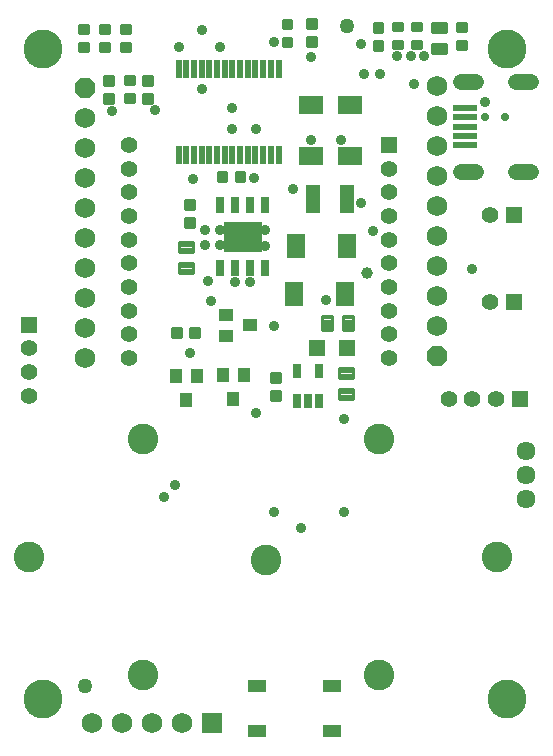
<source format=gbs>
G75*
G70*
%OFA0B0*%
%FSLAX24Y24*%
%IPPOS*%
%LPD*%
%AMOC8*
5,1,8,0,0,1.08239X$1,22.5*
%
%ADD10C,0.1300*%
%ADD11C,0.1024*%
%ADD12R,0.0440X0.0490*%
%ADD13R,0.0690X0.0690*%
%ADD14C,0.0690*%
%ADD15R,0.0290X0.0540*%
%ADD16R,0.1290X0.1040*%
%ADD17C,0.0110*%
%ADD18R,0.0640X0.0840*%
%ADD19R,0.0840X0.0640*%
%ADD20C,0.0098*%
%ADD21R,0.0490X0.0940*%
%ADD22C,0.0085*%
%ADD23C,0.0634*%
%ADD24R,0.0540X0.0540*%
%ADD25C,0.0540*%
%ADD26R,0.0840X0.0200*%
%ADD27R,0.0257X0.0512*%
%ADD28R,0.0197X0.0631*%
%ADD29R,0.0490X0.0440*%
%ADD30R,0.0640X0.0440*%
%ADD31R,0.0555X0.0555*%
%ADD32C,0.0555*%
%ADD33R,0.0560X0.0560*%
%ADD34C,0.0560*%
%ADD35OC8,0.0690*%
%ADD36C,0.0500*%
%ADD37C,0.0360*%
%ADD38C,0.0396*%
%ADD39C,0.0290*%
D10*
X002497Y002134D03*
X017987Y002134D03*
X017987Y023787D03*
X002497Y023787D03*
D11*
X005835Y010789D03*
X002025Y006859D03*
X005835Y002919D03*
X009955Y006769D03*
X013705Y002919D03*
X017645Y006859D03*
X013705Y010809D03*
D12*
X009201Y012941D03*
X008501Y012941D03*
X008851Y012141D03*
X007626Y012909D03*
X006926Y012909D03*
X007276Y012109D03*
D13*
X008151Y001337D03*
D14*
X007151Y001337D03*
X006151Y001337D03*
X005151Y001337D03*
X004151Y001337D03*
X003901Y013498D03*
X003901Y014498D03*
X003901Y015498D03*
X003901Y016498D03*
X003901Y017498D03*
X003901Y018498D03*
X003901Y019498D03*
X003901Y020498D03*
X003901Y021498D03*
X015639Y021567D03*
X015639Y022567D03*
X015639Y020567D03*
X015639Y019567D03*
X015639Y018567D03*
X015639Y017567D03*
X015639Y016567D03*
X015639Y015567D03*
X015639Y014567D03*
D15*
X009910Y016496D03*
X009410Y016496D03*
X008910Y016496D03*
X008410Y016496D03*
X008410Y018596D03*
X008910Y018596D03*
X009410Y018596D03*
X009910Y018596D03*
D16*
X009160Y017546D03*
D17*
X007506Y017367D02*
X007506Y017037D01*
X007026Y017037D01*
X007026Y017367D01*
X007506Y017367D01*
X007506Y017146D02*
X007026Y017146D01*
X007026Y017255D02*
X007506Y017255D01*
X007506Y017364D02*
X007026Y017364D01*
X007506Y016667D02*
X007506Y016337D01*
X007026Y016337D01*
X007026Y016667D01*
X007506Y016667D01*
X007506Y016446D02*
X007026Y016446D01*
X007026Y016555D02*
X007506Y016555D01*
X007506Y016664D02*
X007026Y016664D01*
X011823Y014413D02*
X012153Y014413D01*
X011823Y014413D02*
X011823Y014893D01*
X012153Y014893D01*
X012153Y014413D01*
X012153Y014522D02*
X011823Y014522D01*
X011823Y014631D02*
X012153Y014631D01*
X012153Y014740D02*
X011823Y014740D01*
X011823Y014849D02*
X012153Y014849D01*
X012523Y014413D02*
X012853Y014413D01*
X012523Y014413D02*
X012523Y014893D01*
X012853Y014893D01*
X012853Y014413D01*
X012853Y014522D02*
X012523Y014522D01*
X012523Y014631D02*
X012853Y014631D01*
X012853Y014740D02*
X012523Y014740D01*
X012523Y014849D02*
X012853Y014849D01*
X012847Y013166D02*
X012847Y012836D01*
X012367Y012836D01*
X012367Y013166D01*
X012847Y013166D01*
X012847Y012945D02*
X012367Y012945D01*
X012367Y013054D02*
X012847Y013054D01*
X012847Y013163D02*
X012367Y013163D01*
X012847Y012466D02*
X012847Y012136D01*
X012367Y012136D01*
X012367Y012466D01*
X012847Y012466D01*
X012847Y012245D02*
X012367Y012245D01*
X012367Y012354D02*
X012847Y012354D01*
X012847Y012463D02*
X012367Y012463D01*
D18*
X012581Y015633D03*
X012628Y017238D03*
X010928Y017238D03*
X010881Y015633D03*
D19*
X011453Y020221D03*
X012750Y020220D03*
X012750Y021920D03*
X011453Y021921D03*
D20*
X013527Y023761D02*
X013527Y024053D01*
X013819Y024053D01*
X013819Y023761D01*
X013527Y023761D01*
X013527Y023858D02*
X013819Y023858D01*
X013819Y023955D02*
X013527Y023955D01*
X013527Y024052D02*
X013819Y024052D01*
X013527Y024361D02*
X013527Y024653D01*
X013819Y024653D01*
X013819Y024361D01*
X013527Y024361D01*
X013527Y024458D02*
X013819Y024458D01*
X013819Y024555D02*
X013527Y024555D01*
X013527Y024652D02*
X013819Y024652D01*
X015927Y024660D02*
X015927Y024368D01*
X015485Y024368D01*
X015485Y024660D01*
X015927Y024660D01*
X015927Y024465D02*
X015485Y024465D01*
X015485Y024562D02*
X015927Y024562D01*
X015927Y024659D02*
X015485Y024659D01*
X015927Y023960D02*
X015927Y023668D01*
X015485Y023668D01*
X015485Y023960D01*
X015927Y023960D01*
X015927Y023765D02*
X015485Y023765D01*
X015485Y023862D02*
X015927Y023862D01*
X015927Y023959D02*
X015485Y023959D01*
X016612Y024077D02*
X016612Y023785D01*
X016320Y023785D01*
X016320Y024077D01*
X016612Y024077D01*
X016612Y023882D02*
X016320Y023882D01*
X016320Y023979D02*
X016612Y023979D01*
X016612Y024076D02*
X016320Y024076D01*
X016612Y024385D02*
X016612Y024677D01*
X016612Y024385D02*
X016320Y024385D01*
X016320Y024677D01*
X016612Y024677D01*
X016612Y024482D02*
X016320Y024482D01*
X016320Y024579D02*
X016612Y024579D01*
X016612Y024676D02*
X016320Y024676D01*
X011319Y024796D02*
X011319Y024504D01*
X011319Y024796D02*
X011611Y024796D01*
X011611Y024504D01*
X011319Y024504D01*
X011319Y024601D02*
X011611Y024601D01*
X011611Y024698D02*
X011319Y024698D01*
X011319Y024795D02*
X011611Y024795D01*
X011319Y024196D02*
X011319Y023904D01*
X011319Y024196D02*
X011611Y024196D01*
X011611Y023904D01*
X011319Y023904D01*
X011319Y024001D02*
X011611Y024001D01*
X011611Y024098D02*
X011319Y024098D01*
X011319Y024195D02*
X011611Y024195D01*
X010497Y024172D02*
X010497Y023880D01*
X010497Y024172D02*
X010789Y024172D01*
X010789Y023880D01*
X010497Y023880D01*
X010497Y023977D02*
X010789Y023977D01*
X010789Y024074D02*
X010497Y024074D01*
X010497Y024171D02*
X010789Y024171D01*
X010497Y024480D02*
X010497Y024772D01*
X010789Y024772D01*
X010789Y024480D01*
X010497Y024480D01*
X010497Y024577D02*
X010789Y024577D01*
X010789Y024674D02*
X010497Y024674D01*
X010497Y024771D02*
X010789Y024771D01*
X005842Y022890D02*
X005842Y022598D01*
X005842Y022890D02*
X006134Y022890D01*
X006134Y022598D01*
X005842Y022598D01*
X005842Y022695D02*
X006134Y022695D01*
X006134Y022792D02*
X005842Y022792D01*
X005842Y022889D02*
X006134Y022889D01*
X005252Y022905D02*
X005252Y022613D01*
X005252Y022905D02*
X005544Y022905D01*
X005544Y022613D01*
X005252Y022613D01*
X005252Y022710D02*
X005544Y022710D01*
X005544Y022807D02*
X005252Y022807D01*
X005252Y022904D02*
X005544Y022904D01*
X005252Y022305D02*
X005252Y022013D01*
X005252Y022305D02*
X005544Y022305D01*
X005544Y022013D01*
X005252Y022013D01*
X005252Y022110D02*
X005544Y022110D01*
X005544Y022207D02*
X005252Y022207D01*
X005252Y022304D02*
X005544Y022304D01*
X005842Y022290D02*
X005842Y021998D01*
X005842Y022290D02*
X006134Y022290D01*
X006134Y021998D01*
X005842Y021998D01*
X005842Y022095D02*
X006134Y022095D01*
X006134Y022192D02*
X005842Y022192D01*
X005842Y022289D02*
X006134Y022289D01*
X004848Y022285D02*
X004848Y021993D01*
X004556Y021993D01*
X004556Y022285D01*
X004848Y022285D01*
X004848Y022090D02*
X004556Y022090D01*
X004556Y022187D02*
X004848Y022187D01*
X004848Y022284D02*
X004556Y022284D01*
X004848Y022593D02*
X004848Y022885D01*
X004848Y022593D02*
X004556Y022593D01*
X004556Y022885D01*
X004848Y022885D01*
X004848Y022690D02*
X004556Y022690D01*
X004556Y022787D02*
X004848Y022787D01*
X004848Y022884D02*
X004556Y022884D01*
X008332Y019396D02*
X008624Y019396D01*
X008332Y019396D02*
X008332Y019688D01*
X008624Y019688D01*
X008624Y019396D01*
X008624Y019493D02*
X008332Y019493D01*
X008332Y019590D02*
X008624Y019590D01*
X008624Y019687D02*
X008332Y019687D01*
X008932Y019396D02*
X009224Y019396D01*
X008932Y019396D02*
X008932Y019688D01*
X009224Y019688D01*
X009224Y019396D01*
X009224Y019493D02*
X008932Y019493D01*
X008932Y019590D02*
X009224Y019590D01*
X009224Y019687D02*
X008932Y019687D01*
X007537Y018767D02*
X007537Y018475D01*
X007245Y018475D01*
X007245Y018767D01*
X007537Y018767D01*
X007537Y018572D02*
X007245Y018572D01*
X007245Y018669D02*
X007537Y018669D01*
X007537Y018766D02*
X007245Y018766D01*
X007537Y018167D02*
X007537Y017875D01*
X007245Y017875D01*
X007245Y018167D01*
X007537Y018167D01*
X007537Y017972D02*
X007245Y017972D01*
X007245Y018069D02*
X007537Y018069D01*
X007537Y018166D02*
X007245Y018166D01*
X007113Y014189D02*
X006821Y014189D01*
X006821Y014481D01*
X007113Y014481D01*
X007113Y014189D01*
X007113Y014286D02*
X006821Y014286D01*
X006821Y014383D02*
X007113Y014383D01*
X007113Y014480D02*
X006821Y014480D01*
X007421Y014189D02*
X007713Y014189D01*
X007421Y014189D02*
X007421Y014481D01*
X007713Y014481D01*
X007713Y014189D01*
X007713Y014286D02*
X007421Y014286D01*
X007421Y014383D02*
X007713Y014383D01*
X007713Y014480D02*
X007421Y014480D01*
X010100Y012992D02*
X010100Y012700D01*
X010100Y012992D02*
X010392Y012992D01*
X010392Y012700D01*
X010100Y012700D01*
X010100Y012797D02*
X010392Y012797D01*
X010392Y012894D02*
X010100Y012894D01*
X010100Y012991D02*
X010392Y012991D01*
X010100Y012392D02*
X010100Y012100D01*
X010100Y012392D02*
X010392Y012392D01*
X010392Y012100D01*
X010100Y012100D01*
X010100Y012197D02*
X010392Y012197D01*
X010392Y012294D02*
X010100Y012294D01*
X010100Y012391D02*
X010392Y012391D01*
D21*
X011496Y018784D03*
X012646Y018784D03*
D22*
X014174Y023819D02*
X014174Y024075D01*
X014480Y024075D01*
X014480Y023819D01*
X014174Y023819D01*
X014174Y023903D02*
X014480Y023903D01*
X014480Y023987D02*
X014174Y023987D01*
X014174Y024071D02*
X014480Y024071D01*
X014174Y024419D02*
X014174Y024675D01*
X014480Y024675D01*
X014480Y024419D01*
X014174Y024419D01*
X014174Y024503D02*
X014480Y024503D01*
X014480Y024587D02*
X014174Y024587D01*
X014174Y024671D02*
X014480Y024671D01*
X014815Y024674D02*
X014815Y024418D01*
X014815Y024674D02*
X015121Y024674D01*
X015121Y024418D01*
X014815Y024418D01*
X014815Y024502D02*
X015121Y024502D01*
X015121Y024586D02*
X014815Y024586D01*
X014815Y024670D02*
X015121Y024670D01*
X014815Y024074D02*
X014815Y023818D01*
X014815Y024074D02*
X015121Y024074D01*
X015121Y023818D01*
X014815Y023818D01*
X014815Y023902D02*
X015121Y023902D01*
X015121Y023986D02*
X014815Y023986D01*
X014815Y024070D02*
X015121Y024070D01*
X005401Y023989D02*
X005401Y023733D01*
X005095Y023733D01*
X005095Y023989D01*
X005401Y023989D01*
X005401Y023817D02*
X005095Y023817D01*
X005095Y023901D02*
X005401Y023901D01*
X005401Y023985D02*
X005095Y023985D01*
X005401Y024333D02*
X005401Y024589D01*
X005401Y024333D02*
X005095Y024333D01*
X005095Y024589D01*
X005401Y024589D01*
X005401Y024417D02*
X005095Y024417D01*
X005095Y024501D02*
X005401Y024501D01*
X005401Y024585D02*
X005095Y024585D01*
X004704Y024590D02*
X004704Y024334D01*
X004398Y024334D01*
X004398Y024590D01*
X004704Y024590D01*
X004704Y024418D02*
X004398Y024418D01*
X004398Y024502D02*
X004704Y024502D01*
X004704Y024586D02*
X004398Y024586D01*
X003701Y024587D02*
X003701Y024331D01*
X003701Y024587D02*
X004007Y024587D01*
X004007Y024331D01*
X003701Y024331D01*
X003701Y024415D02*
X004007Y024415D01*
X004007Y024499D02*
X003701Y024499D01*
X003701Y024583D02*
X004007Y024583D01*
X003701Y023987D02*
X003701Y023731D01*
X003701Y023987D02*
X004007Y023987D01*
X004007Y023731D01*
X003701Y023731D01*
X003701Y023815D02*
X004007Y023815D01*
X004007Y023899D02*
X003701Y023899D01*
X003701Y023983D02*
X004007Y023983D01*
X004704Y023990D02*
X004704Y023734D01*
X004398Y023734D01*
X004398Y023990D01*
X004704Y023990D01*
X004704Y023818D02*
X004398Y023818D01*
X004398Y023902D02*
X004704Y023902D01*
X004704Y023986D02*
X004398Y023986D01*
D23*
X018595Y010381D03*
X018595Y009594D03*
X018595Y008806D03*
D24*
X012654Y013813D03*
X011654Y013813D03*
D25*
X016439Y019706D02*
X016939Y019706D01*
X018289Y019706D02*
X018789Y019706D01*
X018789Y022706D02*
X018289Y022706D01*
X016939Y022706D02*
X016439Y022706D01*
D26*
X016589Y021826D03*
X016589Y021516D03*
X016589Y021206D03*
X016589Y020896D03*
X016589Y020586D03*
D27*
X011721Y013078D03*
X010973Y013078D03*
X010973Y012054D03*
X011347Y012054D03*
X011721Y012054D03*
D28*
X010358Y020272D03*
X010102Y020272D03*
X009846Y020272D03*
X009590Y020272D03*
X009334Y020272D03*
X009078Y020272D03*
X008823Y020272D03*
X008567Y020272D03*
X008311Y020272D03*
X008055Y020272D03*
X007799Y020272D03*
X007543Y020272D03*
X007287Y020272D03*
X007031Y020272D03*
X007031Y023126D03*
X007287Y023126D03*
X007543Y023126D03*
X007799Y023126D03*
X008055Y023126D03*
X008311Y023126D03*
X008567Y023126D03*
X008823Y023126D03*
X009078Y023126D03*
X009334Y023126D03*
X009590Y023126D03*
X009846Y023126D03*
X010102Y023126D03*
X010358Y023126D03*
D29*
X008604Y014944D03*
X008604Y014244D03*
X009404Y014594D03*
D30*
X009645Y002550D03*
X009645Y001050D03*
X012145Y001050D03*
X012145Y002550D03*
D31*
X018391Y012125D03*
X018198Y015374D03*
X018198Y018274D03*
X002027Y014604D03*
D32*
X002027Y013817D03*
X002027Y013030D03*
X002027Y012242D03*
X016029Y012125D03*
X016816Y012125D03*
X017603Y012125D03*
X017411Y015374D03*
X017411Y018274D03*
D33*
X014046Y020591D03*
D34*
X014046Y019804D03*
X014046Y019016D03*
X014046Y018229D03*
X014046Y017441D03*
X014046Y016654D03*
X014046Y015867D03*
X014046Y015079D03*
X014046Y014292D03*
X014046Y013504D03*
X005385Y013504D03*
X005385Y014292D03*
X005385Y015079D03*
X005385Y015867D03*
X005385Y016654D03*
X005385Y017441D03*
X005385Y018229D03*
X005385Y019016D03*
X005385Y019804D03*
X005385Y020591D03*
D35*
X003901Y022498D03*
X015639Y013567D03*
D36*
X012655Y024579D03*
X003905Y002579D03*
D37*
X006555Y008879D03*
X006905Y009279D03*
X009605Y011679D03*
X007405Y013679D03*
X008116Y015385D03*
X008005Y016079D03*
X008905Y016029D03*
X009405Y016029D03*
X009155Y017229D03*
X009155Y017779D03*
X009905Y017779D03*
X009905Y017229D03*
X008405Y017279D03*
X008405Y017779D03*
X007905Y017779D03*
X007905Y017279D03*
X007505Y019479D03*
X008805Y021129D03*
X008805Y021829D03*
X009605Y021129D03*
X009555Y019492D03*
X010855Y019129D03*
X011455Y020779D03*
X012455Y020779D03*
X013105Y018679D03*
X013505Y017729D03*
X011955Y015429D03*
X010205Y014579D03*
X012555Y011479D03*
X012555Y008379D03*
X011105Y007829D03*
X010205Y008379D03*
X016805Y016479D03*
X017239Y022035D03*
X015220Y023568D03*
X014758Y023579D03*
X014305Y023579D03*
X013755Y022979D03*
X013205Y022979D03*
X013105Y023979D03*
X011455Y023529D03*
X010205Y024029D03*
X008405Y023879D03*
X007805Y024429D03*
X007055Y023879D03*
X007805Y022479D03*
X006255Y021778D03*
X004805Y021729D03*
X014877Y022626D03*
D38*
X013305Y016329D03*
D39*
X017239Y021524D03*
X017909Y021524D03*
M02*

</source>
